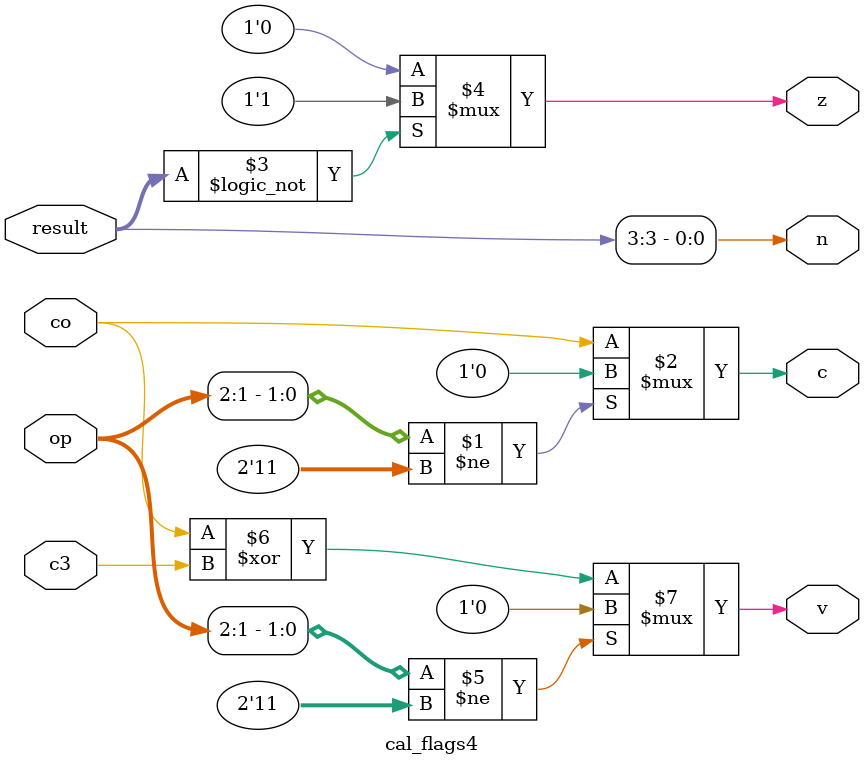
<source format=v>
module cal_flags4(op, result, co, c3, c, n, z, v); // flag calculator design
	input [2:0] op; //opcode
	input [3:0] result;
	input co, c3;
	output c, n, z, v; //flag
	assign c = (op[2:1] != 2'b11) ? 1'b0 : co; //carryout when opcode 11?, co is c
	assign n = result[3]; //MSB
	assign z = (result == 4'b0) ? 1'b1 : 1'b0; //zero
	assign v = (op[2:1] != 2'b11) ? 1'b0 : co ^ c3; // top 2bits xor calculate
endmodule 
</source>
